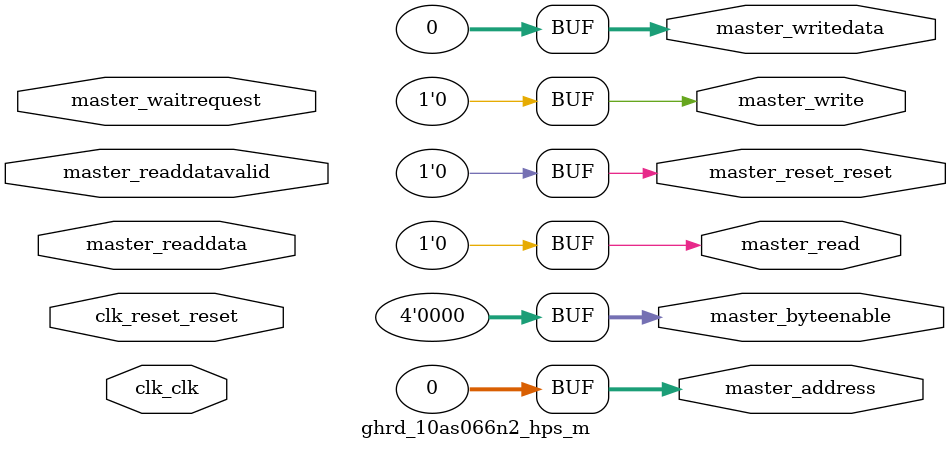
<source format=v>
module ghrd_10as066n2_hps_m(	// file.cleaned.mlir:2:3
  input         clk_clk,	// file.cleaned.mlir:2:38
                clk_reset_reset,	// file.cleaned.mlir:2:56
  input  [31:0] master_readdata,	// file.cleaned.mlir:2:82
  input         master_waitrequest,	// file.cleaned.mlir:2:109
                master_readdatavalid,	// file.cleaned.mlir:2:138
  output [31:0] master_address,	// file.cleaned.mlir:2:170
  output        master_read,	// file.cleaned.mlir:2:196
                master_write,	// file.cleaned.mlir:2:218
  output [31:0] master_writedata,	// file.cleaned.mlir:2:241
  output [3:0]  master_byteenable,	// file.cleaned.mlir:2:269
  output        master_reset_reset	// file.cleaned.mlir:2:297
);

  assign master_address = 32'h0;	// file.cleaned.mlir:3:15, :6:5
  assign master_read = 1'h0;	// file.cleaned.mlir:4:14, :6:5
  assign master_write = 1'h0;	// file.cleaned.mlir:4:14, :6:5
  assign master_writedata = 32'h0;	// file.cleaned.mlir:3:15, :6:5
  assign master_byteenable = 4'h0;	// file.cleaned.mlir:5:14, :6:5
  assign master_reset_reset = 1'h0;	// file.cleaned.mlir:4:14, :6:5
endmodule


</source>
